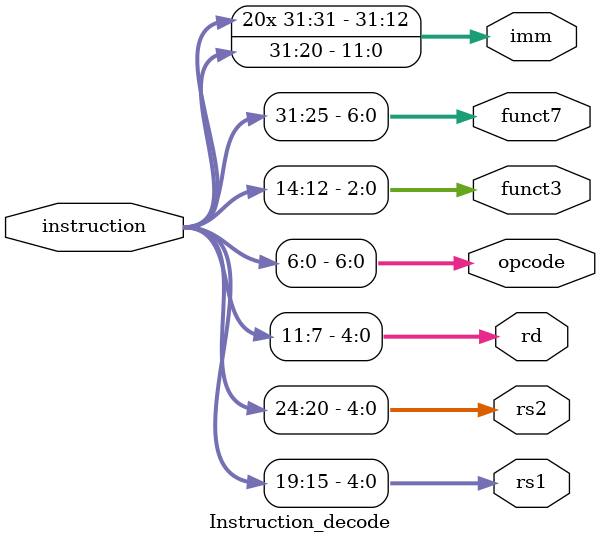
<source format=v>
`timescale 1ns / 1ps


module Instruction_decode( instruction,
                           rs1,
                           rs2,
                           rd,
                           opcode,
                           funct3,
                           funct7,
                           imm
                        );
    input [31:0] instruction;
    output [4:0] rs1;                                           // Source register 1
    output [4:0] rs2;                                           // Source regsister 2
    output [4:0] rd;                                            // Destination register
    output [6:0] opcode;                                        // opcode
    output [2:0] funct3;
    output [6:0] funct7;
    output [31:0] imm;                                          // Immediate value
    
    
    assign opcode = instruction [6:0];
    assign rd     = instruction [11:7];
    assign funct3 = instruction[14:12];
    assign rs1    = instruction[19:15];
    assign rs2    = instruction[24:20];
    assign funct7 = instruction[31:25];
    
    assign imm = {{20{instruction[31]}}, instruction[31:20]};   // sign-extended for I-type
endmodule

</source>
